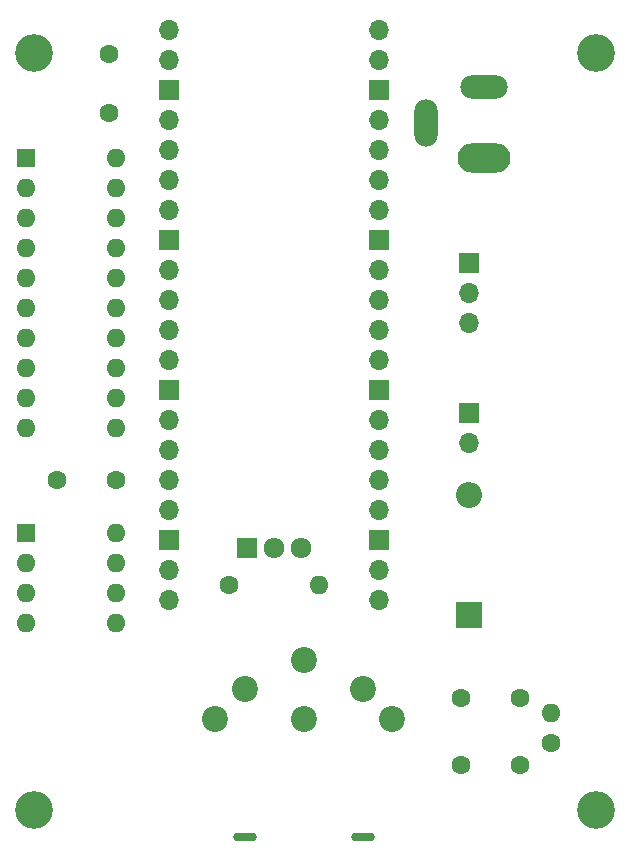
<source format=gbr>
%TF.GenerationSoftware,KiCad,Pcbnew,(5.1.12-1-10_14)*%
%TF.CreationDate,2022-12-20T21:08:20-08:00*%
%TF.ProjectId,nabu-usb-keyboard,6e616275-2d75-4736-922d-6b6579626f61,0.1*%
%TF.SameCoordinates,Original*%
%TF.FileFunction,Soldermask,Bot*%
%TF.FilePolarity,Negative*%
%FSLAX46Y46*%
G04 Gerber Fmt 4.6, Leading zero omitted, Abs format (unit mm)*
G04 Created by KiCad (PCBNEW (5.1.12-1-10_14)) date 2022-12-20 21:08:20*
%MOMM*%
%LPD*%
G01*
G04 APERTURE LIST*
%ADD10R,1.600000X1.600000*%
%ADD11O,1.600000X1.600000*%
%ADD12C,2.200000*%
%ADD13O,2.000000X0.750000*%
%ADD14O,1.700000X1.700000*%
%ADD15R,1.700000X1.700000*%
%ADD16C,3.200000*%
%ADD17R,1.717500X1.800000*%
%ADD18O,1.717500X1.800000*%
%ADD19C,1.600000*%
%ADD20O,4.000000X2.000000*%
%ADD21O,4.500000X2.500000*%
%ADD22O,2.000000X4.000000*%
%ADD23R,2.200000X2.200000*%
%ADD24O,2.200000X2.200000*%
G04 APERTURE END LIST*
D10*
%TO.C,U3*%
X120650000Y-107950000D03*
D11*
X128270000Y-115570000D03*
X120650000Y-110490000D03*
X128270000Y-113030000D03*
X120650000Y-113030000D03*
X128270000Y-110490000D03*
X120650000Y-115570000D03*
X128270000Y-107950000D03*
%TD*%
D12*
%TO.C,J2*%
X149145000Y-121200000D03*
X139145000Y-121200000D03*
X144145000Y-118700000D03*
X136645000Y-123700000D03*
X151645000Y-123700000D03*
X144145000Y-123700000D03*
D13*
X139145000Y-133700000D03*
X149145000Y-133700000D03*
%TD*%
D14*
%TO.C,U2*%
X150495000Y-65405000D03*
X150495000Y-67945000D03*
D15*
X150495000Y-70485000D03*
D14*
X150495000Y-73025000D03*
X150495000Y-75565000D03*
X150495000Y-78105000D03*
X150495000Y-80645000D03*
D15*
X150495000Y-83185000D03*
D14*
X150495000Y-85725000D03*
X150495000Y-88265000D03*
X150495000Y-90805000D03*
X150495000Y-93345000D03*
D15*
X150495000Y-95885000D03*
D14*
X150495000Y-98425000D03*
X150495000Y-100965000D03*
X150495000Y-103505000D03*
X150495000Y-106045000D03*
D15*
X150495000Y-108585000D03*
D14*
X150495000Y-111125000D03*
X150495000Y-113665000D03*
X132715000Y-113665000D03*
X132715000Y-111125000D03*
D15*
X132715000Y-108585000D03*
D14*
X132715000Y-106045000D03*
X132715000Y-103505000D03*
X132715000Y-100965000D03*
X132715000Y-98425000D03*
D15*
X132715000Y-95885000D03*
D14*
X132715000Y-93345000D03*
X132715000Y-90805000D03*
X132715000Y-88265000D03*
X132715000Y-85725000D03*
D15*
X132715000Y-83185000D03*
D14*
X132715000Y-80645000D03*
X132715000Y-78105000D03*
X132715000Y-75565000D03*
X132715000Y-73025000D03*
D15*
X132715000Y-70485000D03*
D14*
X132715000Y-67945000D03*
X132715000Y-65405000D03*
%TD*%
D16*
%TO.C,REF\u002A\u002A*%
X168910000Y-67310000D03*
%TD*%
%TO.C,REF\u002A\u002A*%
X168910000Y-131445000D03*
%TD*%
%TO.C,REF\u002A\u002A*%
X121285000Y-131445000D03*
%TD*%
%TO.C,REF\u002A\u002A*%
X121285000Y-67310000D03*
%TD*%
D15*
%TO.C,J1*%
X158115000Y-85090000D03*
D14*
X158115000Y-87630000D03*
X158115000Y-90170000D03*
%TD*%
D15*
%TO.C,JP1*%
X158115000Y-97790000D03*
D14*
X158115000Y-100330000D03*
%TD*%
D10*
%TO.C,U1*%
X120650000Y-76200000D03*
D11*
X128270000Y-99060000D03*
X120650000Y-78740000D03*
X128270000Y-96520000D03*
X120650000Y-81280000D03*
X128270000Y-93980000D03*
X120650000Y-83820000D03*
X128270000Y-91440000D03*
X120650000Y-86360000D03*
X128270000Y-88900000D03*
X120650000Y-88900000D03*
X128270000Y-86360000D03*
X120650000Y-91440000D03*
X128270000Y-83820000D03*
X120650000Y-93980000D03*
X128270000Y-81280000D03*
X120650000Y-96520000D03*
X128270000Y-78740000D03*
X120650000Y-99060000D03*
X128270000Y-76200000D03*
%TD*%
D17*
%TO.C,Q1*%
X139315000Y-109220000D03*
D18*
X141605000Y-109220000D03*
X143895000Y-109220000D03*
%TD*%
D19*
%TO.C,C3*%
X157480000Y-121920000D03*
X162480000Y-121920000D03*
%TD*%
%TO.C,C4*%
X162480000Y-127635000D03*
X157480000Y-127635000D03*
%TD*%
%TO.C,R1*%
X137795000Y-112395000D03*
D11*
X145415000Y-112395000D03*
%TD*%
D19*
%TO.C,R2*%
X165100000Y-125730000D03*
D11*
X165100000Y-123190000D03*
%TD*%
D19*
%TO.C,C1*%
X127635000Y-72390000D03*
X127635000Y-67390000D03*
%TD*%
%TO.C,C2*%
X123270000Y-103505000D03*
X128270000Y-103505000D03*
%TD*%
D20*
%TO.C,J3*%
X159385000Y-70200000D03*
D21*
X159385000Y-76200000D03*
D22*
X154485000Y-73250000D03*
%TD*%
D23*
%TO.C,D1*%
X158115000Y-114935000D03*
D24*
X158115000Y-104775000D03*
%TD*%
M02*

</source>
